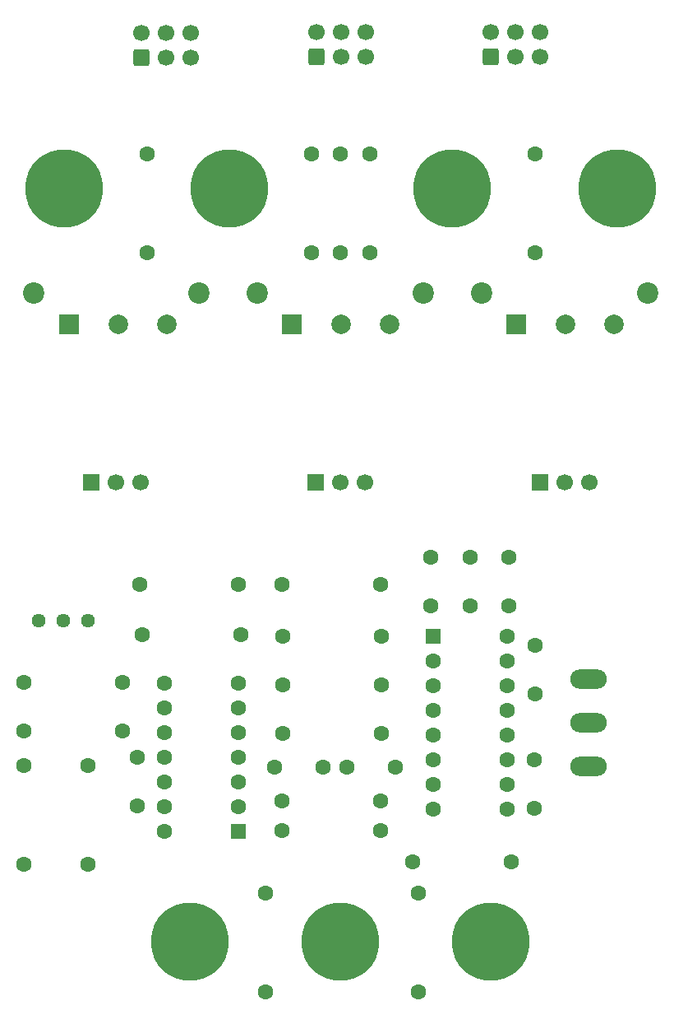
<source format=gbr>
%TF.GenerationSoftware,KiCad,Pcbnew,9.0.6*%
%TF.CreationDate,2026-01-18T01:49:04+11:00*%
%TF.ProjectId,oscillator,6f736369-6c6c-4617-946f-722e6b696361,rev?*%
%TF.SameCoordinates,Original*%
%TF.FileFunction,Soldermask,Bot*%
%TF.FilePolarity,Negative*%
%FSLAX46Y46*%
G04 Gerber Fmt 4.6, Leading zero omitted, Abs format (unit mm)*
G04 Created by KiCad (PCBNEW 9.0.6) date 2026-01-18 01:49:04*
%MOMM*%
%LPD*%
G01*
G04 APERTURE LIST*
G04 Aperture macros list*
%AMRoundRect*
0 Rectangle with rounded corners*
0 $1 Rounding radius*
0 $2 $3 $4 $5 $6 $7 $8 $9 X,Y pos of 4 corners*
0 Add a 4 corners polygon primitive as box body*
4,1,4,$2,$3,$4,$5,$6,$7,$8,$9,$2,$3,0*
0 Add four circle primitives for the rounded corners*
1,1,$1+$1,$2,$3*
1,1,$1+$1,$4,$5*
1,1,$1+$1,$6,$7*
1,1,$1+$1,$8,$9*
0 Add four rect primitives between the rounded corners*
20,1,$1+$1,$2,$3,$4,$5,0*
20,1,$1+$1,$4,$5,$6,$7,0*
20,1,$1+$1,$6,$7,$8,$9,0*
20,1,$1+$1,$8,$9,$2,$3,0*%
G04 Aperture macros list end*
%ADD10C,8.000000*%
%ADD11C,1.700000*%
%ADD12R,1.700000X1.700000*%
%ADD13C,2.200000*%
%ADD14C,1.600000*%
%ADD15R,2.000000X2.000000*%
%ADD16C,2.000000*%
%ADD17RoundRect,0.250000X0.600000X-0.600000X0.600000X0.600000X-0.600000X0.600000X-0.600000X-0.600000X0*%
%ADD18O,3.750000X2.000000*%
%ADD19C,1.440000*%
%ADD20RoundRect,0.250000X-0.550000X-0.550000X0.550000X-0.550000X0.550000X0.550000X-0.550000X0.550000X0*%
%ADD21RoundRect,0.250000X0.550000X0.550000X-0.550000X0.550000X-0.550000X-0.550000X0.550000X-0.550000X0*%
G04 APERTURE END LIST*
D10*
%TO.C,J3*%
X100500000Y-124024938D03*
%TD*%
D11*
%TO.C,RV3*%
X87490000Y-76750000D03*
X84950000Y-76750000D03*
D12*
X82410000Y-76750000D03*
D13*
X93500000Y-57250000D03*
X76450000Y-57250000D03*
%TD*%
D10*
%TO.C,J13*%
X73500000Y-46500000D03*
%TD*%
%TO.C,J12*%
X96500000Y-46500000D03*
%TD*%
D14*
%TO.C,C8*%
X85653753Y-106024555D03*
X90653753Y-106024555D03*
%TD*%
%TO.C,C7*%
X104986294Y-105321825D03*
X104986294Y-110321825D03*
%TD*%
%TO.C,R7*%
X89080000Y-109500000D03*
X78920000Y-109500000D03*
%TD*%
%TO.C,C6*%
X105000000Y-93500000D03*
X105000000Y-98500000D03*
%TD*%
%TO.C,R15*%
X52366658Y-102339627D03*
X62526658Y-102339627D03*
%TD*%
%TO.C,C4*%
X64049373Y-110017956D03*
X64049373Y-105017956D03*
%TD*%
%TO.C,R17*%
X92976806Y-119000000D03*
X92976806Y-129160000D03*
%TD*%
%TO.C,R13*%
X74500000Y-87250000D03*
X64340000Y-87250000D03*
%TD*%
D15*
%TO.C,J9*%
X80000000Y-60500000D03*
D16*
X85080000Y-60500000D03*
X90080000Y-60500000D03*
%TD*%
D14*
%TO.C,R6*%
X82000000Y-43000000D03*
X82000000Y-53160000D03*
%TD*%
%TO.C,R10*%
X88000000Y-43000000D03*
X88000000Y-53160000D03*
%TD*%
%TO.C,R5*%
X65095193Y-43001691D03*
X65095193Y-53161691D03*
%TD*%
D10*
%TO.C,J6*%
X113500000Y-46524938D03*
%TD*%
D14*
%TO.C,R3*%
X79000000Y-97590000D03*
X89160000Y-97590000D03*
%TD*%
%TO.C,R20*%
X92420000Y-115750000D03*
X102580000Y-115750000D03*
%TD*%
%TO.C,R14*%
X77283810Y-129160000D03*
X77283810Y-119000000D03*
%TD*%
D10*
%TO.C,J7*%
X56500000Y-46500000D03*
%TD*%
D14*
%TO.C,C1*%
X102316405Y-84453030D03*
X102316405Y-89453030D03*
%TD*%
D13*
%TO.C,RV2*%
X53350000Y-57250000D03*
X70400000Y-57250000D03*
D12*
X59310000Y-76750000D03*
D11*
X61850000Y-76750000D03*
X64390000Y-76750000D03*
%TD*%
D14*
%TO.C,R18*%
X59000000Y-116080000D03*
X59000000Y-105920000D03*
%TD*%
D17*
%TO.C,J2*%
X82500000Y-33000000D03*
D11*
X82500000Y-30460000D03*
X85040000Y-33000000D03*
X85040000Y-30460000D03*
X87580000Y-33000000D03*
X87580000Y-30460000D03*
%TD*%
D14*
%TO.C,R9*%
X85000000Y-53160000D03*
X85000000Y-43000000D03*
%TD*%
D18*
%TO.C,SW1*%
X110500000Y-106000000D03*
X110500000Y-101500000D03*
X110500000Y-97000000D03*
%TD*%
D19*
%TO.C,RV1*%
X59000000Y-91000000D03*
X56460000Y-91000000D03*
X53920000Y-91000000D03*
%TD*%
D15*
%TO.C,J8*%
X57000000Y-60500000D03*
D16*
X62080000Y-60500000D03*
X67080000Y-60500000D03*
%TD*%
D14*
%TO.C,R12*%
X74724244Y-92424393D03*
X64564244Y-92424393D03*
%TD*%
D20*
%TO.C,U1*%
X94500000Y-92550000D03*
D14*
X94500000Y-95090000D03*
X94500000Y-97630000D03*
X94500000Y-100170000D03*
X94500000Y-102710000D03*
X94500000Y-105250000D03*
X94500000Y-107790000D03*
X94500000Y-110330000D03*
X102120000Y-110330000D03*
X102120000Y-107790000D03*
X102120000Y-105250000D03*
X102120000Y-102710000D03*
X102120000Y-100170000D03*
X102120000Y-97630000D03*
X102120000Y-95090000D03*
X102120000Y-92550000D03*
%TD*%
%TO.C,R19*%
X52369805Y-105918816D03*
X52369805Y-116078816D03*
%TD*%
D21*
%TO.C,U2*%
X74500000Y-112630000D03*
D14*
X74500000Y-110090000D03*
X74500000Y-107550000D03*
X74500000Y-105010000D03*
X74500000Y-102470000D03*
X74500000Y-99930000D03*
X74500000Y-97390000D03*
X66880000Y-97390000D03*
X66880000Y-99930000D03*
X66880000Y-102470000D03*
X66880000Y-105010000D03*
X66880000Y-107550000D03*
X66880000Y-110090000D03*
X66880000Y-112630000D03*
%TD*%
D13*
%TO.C,RV4*%
X99550000Y-57250000D03*
X116600000Y-57250000D03*
D12*
X105510000Y-76750000D03*
D11*
X108050000Y-76750000D03*
X110590000Y-76750000D03*
%TD*%
D14*
%TO.C,R11*%
X89139113Y-87254358D03*
X78979113Y-87254358D03*
%TD*%
%TO.C,R8*%
X105000000Y-53160000D03*
X105000000Y-43000000D03*
%TD*%
%TO.C,C5*%
X78153753Y-106024555D03*
X83153753Y-106024555D03*
%TD*%
D15*
%TO.C,J10*%
X103095000Y-60500000D03*
D16*
X108175000Y-60500000D03*
X113175000Y-60500000D03*
%TD*%
D14*
%TO.C,R2*%
X79000000Y-102590000D03*
X89160000Y-102590000D03*
%TD*%
D17*
%TO.C,J1*%
X64500000Y-33040000D03*
D11*
X64500000Y-30500000D03*
X67040000Y-33040000D03*
X67040000Y-30500000D03*
X69580000Y-33040000D03*
X69580000Y-30500000D03*
%TD*%
D14*
%TO.C,R4*%
X89080000Y-112590000D03*
X78920000Y-112590000D03*
%TD*%
D17*
%TO.C,J11*%
X100500000Y-33000000D03*
D11*
X100500000Y-30460000D03*
X103040000Y-33000000D03*
X103040000Y-30460000D03*
X105580000Y-33000000D03*
X105580000Y-30460000D03*
%TD*%
D10*
%TO.C,J4*%
X85000000Y-124024938D03*
%TD*%
D14*
%TO.C,C2*%
X98316405Y-89453030D03*
X98316405Y-84453030D03*
%TD*%
D10*
%TO.C,J5*%
X69500000Y-124024938D03*
%TD*%
D14*
%TO.C,C3*%
X94316405Y-89453030D03*
X94316405Y-84453030D03*
%TD*%
%TO.C,R16*%
X52366658Y-97339627D03*
X62526658Y-97339627D03*
%TD*%
%TO.C,R1*%
X79000000Y-92590000D03*
X89160000Y-92590000D03*
%TD*%
M02*

</source>
